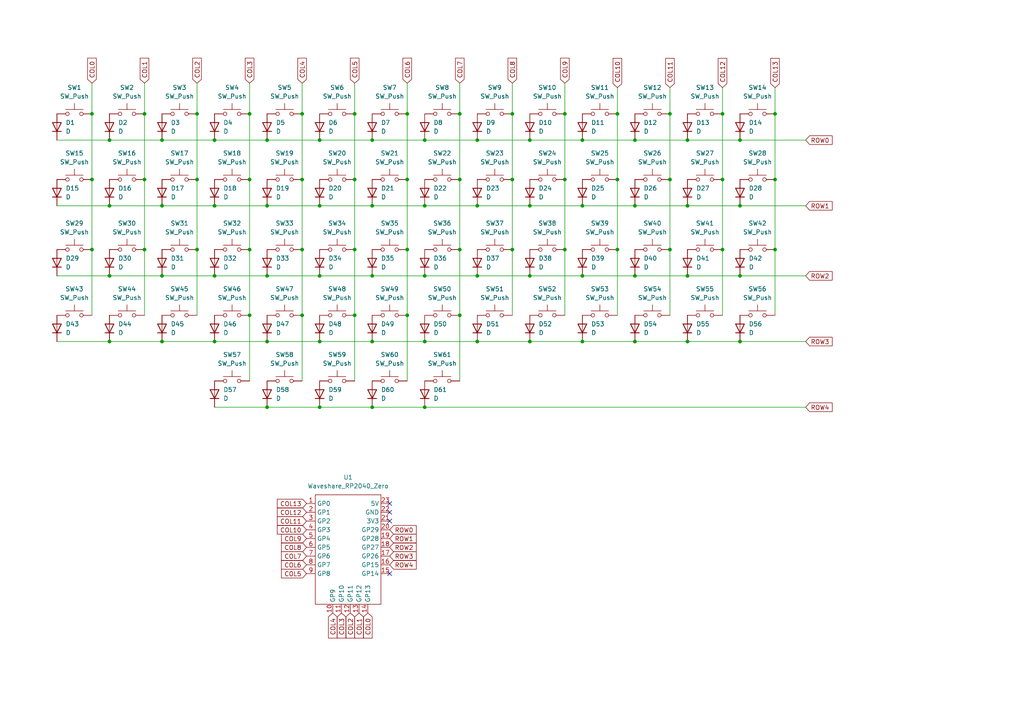
<source format=kicad_sch>
(kicad_sch (version 20211123) (generator eeschema)
  (paper "A4")
  (title_block (title "purple-owl (prototype)") (date "2022-07-27") (rev "v0.1") (comment 1 "License: MIT") (comment 2 "Author: Sonal Pinto") (comment 3 "Purple Owl 60% Keyboard Project"))
  (lib_symbols
    (symbol "Device:D" (pin_numbers hide) (pin_names (offset 1.016) hide)
      (property "Reference" "D" (at 0 2.54 0))
      (property "Value" "D" (at 0 -2.54 0))
      (symbol "D_0_1"
        (polyline (pts (xy -1.27 1.27) (xy -1.27 -1.27)) (stroke (width 0.254)))
        (polyline (pts (xy 1.27 0) (xy -1.27 0)))
        (polyline (pts (xy 1.27 1.27) (xy 1.27 -1.27) (xy -1.27 0) (xy 1.27 1.27)) (stroke (width 0.254)))
      )
      (symbol "D_1_1"
        (pin passive line (at -3.81 0 0) (length 2.54) (name "K") (number "1"))
        (pin passive line (at 3.81 0 180) (length 2.54) (name "A") (number "2"))
      )
    )
    (symbol "Switch:SW_Push" (pin_numbers hide) (pin_names (offset 1.016) hide)
      (property "Reference" "SW" (at 1.27 2.54 0))
      (property "Value" "SW_Push" (at 0 -1.524 0))
      (symbol "SW_Push_0_1"
        (circle (center -2.032 0) (radius 0.508))
        (polyline (pts (xy 0 1.27) (xy 0 3.048)))
        (polyline (pts (xy 2.54 1.27) (xy -2.54 1.27)))
        (circle (center 2.032 0) (radius 0.508))
        (pin passive line (at -5.08 0 0) (length 2.54) (name "1") (number "1"))
        (pin passive line (at 5.08 0 180) (length 2.54) (name "2") (number "2"))
      )
    )
    (symbol "purple-owl:Waveshare_RP2040_Zero"
      (property "Reference" "U" (at 0 3.81 0))
      (property "Value" "Waveshare_RP2040_Zero" (at 0 8.89 0))
      (symbol "Waveshare_RP2040_Zero_0_1"
        (rectangle (start -10.16 6.35) (end 8.89 -25.4))
      )
      (symbol "Waveshare_RP2040_Zero_1_1"
        (pin bidirectional line (at -12.7 3.81 0) (length 2.54) (name "GP0") (number "1"))
        (pin bidirectional line (at -5.08 -27.94 90) (length 2.54) (name "GP9") (number "10"))
        (pin bidirectional line (at -2.54 -27.94 90) (length 2.54) (name "GP10") (number "11"))
        (pin bidirectional line (at 0 -27.94 90) (length 2.54) (name "GP11") (number "12"))
        (pin bidirectional line (at 2.54 -27.94 90) (length 2.54) (name "GP12") (number "13"))
        (pin bidirectional line (at 5.08 -27.94 90) (length 2.54) (name "GP13") (number "14"))
        (pin bidirectional line (at 11.43 -16.51 180) (length 2.54) (name "GP14") (number "15"))
        (pin bidirectional line (at 11.43 -13.97 180) (length 2.54) (name "GP15") (number "16"))
        (pin bidirectional line (at 11.43 -11.43 180) (length 2.54) (name "GP26") (number "17"))
        (pin bidirectional line (at 11.43 -8.89 180) (length 2.54) (name "GP27") (number "18"))
        (pin bidirectional line (at 11.43 -6.35 180) (length 2.54) (name "GP28") (number "19"))
        (pin bidirectional line (at -12.7 1.27 0) (length 2.54) (name "GP1") (number "2"))
        (pin bidirectional line (at 11.43 -3.81 180) (length 2.54) (name "GP29") (number "20"))
        (pin power_out line (at 11.43 -1.27 180) (length 2.54) (name "3V3") (number "21"))
        (pin power_in line (at 11.43 1.27 180) (length 2.54) (name "GND") (number "22"))
        (pin power_out line (at 11.43 3.81 180) (length 2.54) (name "5V") (number "23"))
        (pin bidirectional line (at -12.7 -1.27 0) (length 2.54) (name "GP2") (number "3"))
        (pin bidirectional line (at -12.7 -3.81 0) (length 2.54) (name "GP3") (number "4"))
        (pin bidirectional line (at -12.7 -6.35 0) (length 2.54) (name "GP4") (number "5"))
        (pin bidirectional line (at -12.7 -8.89 0) (length 2.54) (name "GP5") (number "6"))
        (pin bidirectional line (at -12.7 -11.43 0) (length 2.54) (name "GP6") (number "7"))
        (pin bidirectional line (at -12.7 -13.97 0) (length 2.54) (name "GP7") (number "8"))
        (pin bidirectional line (at -12.7 -16.51 0) (length 2.54) (name "GP8") (number "9"))
      )
    )
  )
  (junction (at 46.99 80.01))
  (junction (at 87.63 33.02))
  (junction (at 168.91 59.69))
  (junction (at 133.35 52.07))
  (junction (at 77.47 59.69))
  (junction (at 153.67 99.06))
  (junction (at 138.43 59.69))
  (junction (at 72.39 52.07))
  (junction (at 57.15 52.07))
  (junction (at 209.55 33.02))
  (junction (at 62.23 80.01))
  (junction (at 148.59 52.07))
  (junction (at 62.23 99.06))
  (junction (at 87.63 52.07))
  (junction (at 31.75 40.64))
  (junction (at 179.07 52.07))
  (junction (at 102.87 72.39))
  (junction (at 46.99 99.06))
  (junction (at 107.95 59.69))
  (junction (at 138.43 99.06))
  (junction (at 199.39 99.06))
  (junction (at 153.67 80.01))
  (junction (at 214.63 40.64))
  (junction (at 102.87 91.44))
  (junction (at 194.31 33.02))
  (junction (at 87.63 72.39))
  (junction (at 107.95 118.11))
  (junction (at 194.31 72.39))
  (junction (at 72.39 91.44))
  (junction (at 77.47 40.64))
  (junction (at 77.47 118.11))
  (junction (at 102.87 52.07))
  (junction (at 168.91 80.01))
  (junction (at 148.59 33.02))
  (junction (at 118.11 72.39))
  (junction (at 133.35 91.44))
  (junction (at 168.91 40.64))
  (junction (at 133.35 33.02))
  (junction (at 72.39 33.02))
  (junction (at 31.75 80.01))
  (junction (at 41.91 33.02))
  (junction (at 72.39 72.39))
  (junction (at 123.19 80.01))
  (junction (at 26.67 72.39))
  (junction (at 138.43 80.01))
  (junction (at 123.19 40.64))
  (junction (at 199.39 40.64))
  (junction (at 41.91 72.39))
  (junction (at 214.63 80.01))
  (junction (at 118.11 91.44))
  (junction (at 179.07 72.39))
  (junction (at 168.91 99.06))
  (junction (at 107.95 40.64))
  (junction (at 123.19 59.69))
  (junction (at 224.79 33.02))
  (junction (at 184.15 99.06))
  (junction (at 77.47 99.06))
  (junction (at 62.23 59.69))
  (junction (at 107.95 99.06))
  (junction (at 26.67 52.07))
  (junction (at 199.39 59.69))
  (junction (at 123.19 99.06))
  (junction (at 184.15 80.01))
  (junction (at 153.67 59.69))
  (junction (at 57.15 72.39))
  (junction (at 31.75 59.69))
  (junction (at 138.43 40.64))
  (junction (at 92.71 99.06))
  (junction (at 194.31 52.07))
  (junction (at 46.99 40.64))
  (junction (at 118.11 33.02))
  (junction (at 26.67 33.02))
  (junction (at 92.71 59.69))
  (junction (at 184.15 40.64))
  (junction (at 163.83 52.07))
  (junction (at 153.67 40.64))
  (junction (at 102.87 33.02))
  (junction (at 62.23 40.64))
  (junction (at 224.79 72.39))
  (junction (at 209.55 52.07))
  (junction (at 57.15 33.02))
  (junction (at 148.59 72.39))
  (junction (at 184.15 59.69))
  (junction (at 92.71 118.11))
  (junction (at 179.07 33.02))
  (junction (at 123.19 118.11))
  (junction (at 163.83 72.39))
  (junction (at 41.91 52.07))
  (junction (at 224.79 52.07))
  (junction (at 199.39 80.01))
  (junction (at 46.99 59.69))
  (junction (at 107.95 80.01))
  (junction (at 77.47 80.01))
  (junction (at 92.71 80.01))
  (junction (at 118.11 52.07))
  (junction (at 214.63 99.06))
  (junction (at 92.71 40.64))
  (junction (at 209.55 72.39))
  (junction (at 214.63 59.69))
  (junction (at 163.83 33.02))
  (junction (at 87.63 91.44))
  (junction (at 31.75 99.06))
  (junction (at 133.35 72.39))
  (no_connect (at 113.03 146.05))
  (no_connect (at 113.03 148.59))
  (no_connect (at 113.03 151.13))
  (no_connect (at 113.03 166.37))
  (wire (pts (xy 179.07 33.02) (xy 179.07 52.07)))
  (wire (pts (xy 62.23 59.69) (xy 77.47 59.69)))
  (wire (pts (xy 92.71 118.11) (xy 107.95 118.11)))
  (wire (pts (xy 123.19 99.06) (xy 138.43 99.06)))
  (wire (pts (xy 138.43 59.69) (xy 153.67 59.69)))
  (wire (pts (xy 92.71 40.64) (xy 107.95 40.64)))
  (wire (pts (xy 153.67 99.06) (xy 168.91 99.06)))
  (wire (pts (xy 87.63 72.39) (xy 87.63 91.44)))
  (wire (pts (xy 62.23 80.01) (xy 77.47 80.01)))
  (wire (pts (xy 214.63 40.64) (xy 233.68 40.64)))
  (wire (pts (xy 57.15 33.02) (xy 57.15 52.07)))
  (wire (pts (xy 168.91 99.06) (xy 184.15 99.06)))
  (wire (pts (xy 179.07 25.4) (xy 179.07 33.02)))
  (wire (pts (xy 31.75 59.69) (xy 46.99 59.69)))
  (wire (pts (xy 133.35 72.39) (xy 133.35 91.44)))
  (wire (pts (xy 77.47 99.06) (xy 92.71 99.06)))
  (wire (pts (xy 123.19 118.11) (xy 233.68 118.11)))
  (wire (pts (xy 41.91 72.39) (xy 41.91 91.44)))
  (wire (pts (xy 194.31 52.07) (xy 194.31 72.39)))
  (wire (pts (xy 224.79 72.39) (xy 224.79 91.44)))
  (wire (pts (xy 102.87 24.13) (xy 102.87 33.02)))
  (wire (pts (xy 199.39 40.64) (xy 214.63 40.64)))
  (wire (pts (xy 41.91 33.02) (xy 41.91 52.07)))
  (wire (pts (xy 107.95 59.69) (xy 123.19 59.69)))
  (wire (pts (xy 26.67 72.39) (xy 26.67 91.44)))
  (wire (pts (xy 133.35 33.02) (xy 133.35 52.07)))
  (wire (pts (xy 102.87 91.44) (xy 102.87 110.49)))
  (wire (pts (xy 209.55 72.39) (xy 209.55 91.44)))
  (wire (pts (xy 72.39 72.39) (xy 72.39 91.44)))
  (wire (pts (xy 57.15 52.07) (xy 57.15 72.39)))
  (wire (pts (xy 41.91 24.13) (xy 41.91 33.02)))
  (wire (pts (xy 194.31 72.39) (xy 194.31 91.44)))
  (wire (pts (xy 26.67 33.02) (xy 26.67 52.07)))
  (wire (pts (xy 168.91 80.01) (xy 184.15 80.01)))
  (wire (pts (xy 62.23 118.11) (xy 77.47 118.11)))
  (wire (pts (xy 214.63 80.01) (xy 233.68 80.01)))
  (wire (pts (xy 118.11 91.44) (xy 118.11 110.49)))
  (wire (pts (xy 199.39 99.06) (xy 214.63 99.06)))
  (wire (pts (xy 209.55 52.07) (xy 209.55 72.39)))
  (wire (pts (xy 57.15 72.39) (xy 57.15 91.44)))
  (wire (pts (xy 194.31 33.02) (xy 194.31 52.07)))
  (wire (pts (xy 87.63 52.07) (xy 87.63 72.39)))
  (wire (pts (xy 184.15 80.01) (xy 199.39 80.01)))
  (wire (pts (xy 148.59 52.07) (xy 148.59 72.39)))
  (wire (pts (xy 31.75 99.06) (xy 46.99 99.06)))
  (wire (pts (xy 26.67 52.07) (xy 26.67 72.39)))
  (wire (pts (xy 199.39 59.69) (xy 214.63 59.69)))
  (wire (pts (xy 92.71 80.01) (xy 107.95 80.01)))
  (wire (pts (xy 194.31 25.4) (xy 194.31 33.02)))
  (wire (pts (xy 92.71 99.06) (xy 107.95 99.06)))
  (wire (pts (xy 87.63 24.13) (xy 87.63 33.02)))
  (wire (pts (xy 123.19 40.64) (xy 138.43 40.64)))
  (wire (pts (xy 209.55 25.4) (xy 209.55 33.02)))
  (wire (pts (xy 224.79 33.02) (xy 224.79 52.07)))
  (wire (pts (xy 138.43 99.06) (xy 153.67 99.06)))
  (wire (pts (xy 133.35 52.07) (xy 133.35 72.39)))
  (wire (pts (xy 72.39 91.44) (xy 72.39 110.49)))
  (wire (pts (xy 92.71 59.69) (xy 107.95 59.69)))
  (wire (pts (xy 123.19 59.69) (xy 138.43 59.69)))
  (wire (pts (xy 209.55 33.02) (xy 209.55 52.07)))
  (wire (pts (xy 87.63 91.44) (xy 87.63 110.49)))
  (wire (pts (xy 77.47 80.01) (xy 92.71 80.01)))
  (wire (pts (xy 224.79 52.07) (xy 224.79 72.39)))
  (wire (pts (xy 184.15 59.69) (xy 199.39 59.69)))
  (wire (pts (xy 138.43 80.01) (xy 153.67 80.01)))
  (wire (pts (xy 107.95 40.64) (xy 123.19 40.64)))
  (wire (pts (xy 118.11 24.13) (xy 118.11 33.02)))
  (wire (pts (xy 77.47 118.11) (xy 92.71 118.11)))
  (wire (pts (xy 133.35 91.44) (xy 133.35 110.49)))
  (wire (pts (xy 224.79 25.4) (xy 224.79 33.02)))
  (wire (pts (xy 102.87 33.02) (xy 102.87 52.07)))
  (wire (pts (xy 123.19 80.01) (xy 138.43 80.01)))
  (wire (pts (xy 199.39 80.01) (xy 214.63 80.01)))
  (wire (pts (xy 72.39 33.02) (xy 72.39 52.07)))
  (wire (pts (xy 153.67 80.01) (xy 168.91 80.01)))
  (wire (pts (xy 102.87 72.39) (xy 102.87 91.44)))
  (wire (pts (xy 102.87 52.07) (xy 102.87 72.39)))
  (wire (pts (xy 46.99 99.06) (xy 62.23 99.06)))
  (wire (pts (xy 46.99 59.69) (xy 62.23 59.69)))
  (wire (pts (xy 107.95 99.06) (xy 123.19 99.06)))
  (wire (pts (xy 148.59 72.39) (xy 148.59 91.44)))
  (wire (pts (xy 168.91 40.64) (xy 184.15 40.64)))
  (wire (pts (xy 163.83 72.39) (xy 163.83 91.44)))
  (wire (pts (xy 16.51 80.01) (xy 31.75 80.01)))
  (wire (pts (xy 87.63 33.02) (xy 87.63 52.07)))
  (wire (pts (xy 62.23 99.06) (xy 77.47 99.06)))
  (wire (pts (xy 107.95 118.11) (xy 123.19 118.11)))
  (wire (pts (xy 118.11 72.39) (xy 118.11 91.44)))
  (wire (pts (xy 163.83 52.07) (xy 163.83 72.39)))
  (wire (pts (xy 168.91 59.69) (xy 184.15 59.69)))
  (wire (pts (xy 31.75 80.01) (xy 46.99 80.01)))
  (wire (pts (xy 148.59 33.02) (xy 148.59 52.07)))
  (wire (pts (xy 62.23 40.64) (xy 77.47 40.64)))
  (wire (pts (xy 16.51 99.06) (xy 31.75 99.06)))
  (wire (pts (xy 163.83 24.13) (xy 163.83 33.02)))
  (wire (pts (xy 118.11 52.07) (xy 118.11 72.39)))
  (wire (pts (xy 163.83 33.02) (xy 163.83 52.07)))
  (wire (pts (xy 153.67 40.64) (xy 168.91 40.64)))
  (wire (pts (xy 31.75 40.64) (xy 46.99 40.64)))
  (wire (pts (xy 107.95 80.01) (xy 123.19 80.01)))
  (wire (pts (xy 184.15 99.06) (xy 199.39 99.06)))
  (wire (pts (xy 214.63 99.06) (xy 233.68 99.06)))
  (wire (pts (xy 214.63 59.69) (xy 233.68 59.69)))
  (wire (pts (xy 72.39 52.07) (xy 72.39 72.39)))
  (wire (pts (xy 184.15 40.64) (xy 199.39 40.64)))
  (wire (pts (xy 138.43 40.64) (xy 153.67 40.64)))
  (wire (pts (xy 72.39 24.13) (xy 72.39 33.02)))
  (wire (pts (xy 46.99 80.01) (xy 62.23 80.01)))
  (wire (pts (xy 133.35 24.13) (xy 133.35 33.02)))
  (wire (pts (xy 26.67 24.13) (xy 26.67 33.02)))
  (wire (pts (xy 41.91 52.07) (xy 41.91 72.39)))
  (wire (pts (xy 77.47 59.69) (xy 92.71 59.69)))
  (wire (pts (xy 16.51 59.69) (xy 31.75 59.69)))
  (wire (pts (xy 179.07 52.07) (xy 179.07 72.39)))
  (wire (pts (xy 57.15 24.13) (xy 57.15 33.02)))
  (wire (pts (xy 153.67 59.69) (xy 168.91 59.69)))
  (wire (pts (xy 179.07 72.39) (xy 179.07 91.44)))
  (wire (pts (xy 118.11 33.02) (xy 118.11 52.07)))
  (wire (pts (xy 77.47 40.64) (xy 92.71 40.64)))
  (wire (pts (xy 16.51 40.64) (xy 31.75 40.64)))
  (wire (pts (xy 148.59 24.13) (xy 148.59 33.02)))
  (wire (pts (xy 46.99 40.64) (xy 62.23 40.64)))
  (global_label "ROW0" (shape input) (at 233.68 40.64 0) (property "Intersheet References" "${INTERSHEET_REFS}" (effects hide)))
  (global_label "COL5" (shape input) (at 88.9 166.37 180) (property "Intersheet References" "${INTERSHEET_REFS}" (effects hide)))
  (global_label "COL6" (shape input) (at 88.9 163.83 180) (property "Intersheet References" "${INTERSHEET_REFS}" (effects hide)))
  (global_label "COL3" (shape input) (at 72.39 24.13 90) (property "Intersheet References" "${INTERSHEET_REFS}" (effects hide)))
  (global_label "ROW2" (shape input) (at 113.03 158.75 0) (property "Intersheet References" "${INTERSHEET_REFS}" (effects hide)))
  (global_label "COL4" (shape input) (at 87.63 24.13 90) (property "Intersheet References" "${INTERSHEET_REFS}" (effects hide)))
  (global_label "COL7" (shape input) (at 133.35 24.13 90) (property "Intersheet References" "${INTERSHEET_REFS}" (effects hide)))
  (global_label "ROW2" (shape input) (at 233.68 80.01 0) (property "Intersheet References" "${INTERSHEET_REFS}" (effects hide)))
  (global_label "COL9" (shape input) (at 163.83 24.13 90) (property "Intersheet References" "${INTERSHEET_REFS}" (effects hide)))
  (global_label "COL5" (shape input) (at 102.87 24.13 90) (property "Intersheet References" "${INTERSHEET_REFS}" (effects hide)))
  (global_label "COL10" (shape input) (at 179.07 25.4 90) (property "Intersheet References" "${INTERSHEET_REFS}" (effects hide)))
  (global_label "COL2" (shape input) (at 57.15 24.13 90) (property "Intersheet References" "${INTERSHEET_REFS}" (effects hide)))
  (global_label "COL2" (shape input) (at 101.6 177.8 270) (property "Intersheet References" "${INTERSHEET_REFS}" (effects hide)))
  (global_label "COL4" (shape input) (at 96.52 177.8 270) (property "Intersheet References" "${INTERSHEET_REFS}" (effects hide)))
  (global_label "COL0" (shape input) (at 26.67 24.13 90) (property "Intersheet References" "${INTERSHEET_REFS}" (effects hide)))
  (global_label "COL1" (shape input) (at 104.14 177.8 270) (property "Intersheet References" "${INTERSHEET_REFS}" (effects hide)))
  (global_label "ROW1" (shape input) (at 233.68 59.69 0) (property "Intersheet References" "${INTERSHEET_REFS}" (effects hide)))
  (global_label "COL8" (shape input) (at 88.9 158.75 180) (property "Intersheet References" "${INTERSHEET_REFS}" (effects hide)))
  (global_label "COL13" (shape input) (at 224.79 25.4 90) (property "Intersheet References" "${INTERSHEET_REFS}" (effects hide)))
  (global_label "COL10" (shape input) (at 88.9 153.67 180) (property "Intersheet References" "${INTERSHEET_REFS}" (effects hide)))
  (global_label "ROW4" (shape input) (at 113.03 163.83 0) (property "Intersheet References" "${INTERSHEET_REFS}" (effects hide)))
  (global_label "COL12" (shape input) (at 88.9 148.59 180) (property "Intersheet References" "${INTERSHEET_REFS}" (effects hide)))
  (global_label "COL11" (shape input) (at 194.31 25.4 90) (property "Intersheet References" "${INTERSHEET_REFS}" (effects hide)))
  (global_label "COL13" (shape input) (at 88.9 146.05 180) (property "Intersheet References" "${INTERSHEET_REFS}" (effects hide)))
  (global_label "ROW0" (shape input) (at 113.03 153.67 0) (property "Intersheet References" "${INTERSHEET_REFS}" (effects hide)))
  (global_label "COL3" (shape input) (at 99.06 177.8 270) (property "Intersheet References" "${INTERSHEET_REFS}" (effects hide)))
  (global_label "ROW1" (shape input) (at 113.03 156.21 0) (property "Intersheet References" "${INTERSHEET_REFS}" (effects hide)))
  (global_label "ROW3" (shape input) (at 233.68 99.06 0) (property "Intersheet References" "${INTERSHEET_REFS}" (effects hide)))
  (global_label "COL8" (shape input) (at 148.59 24.13 90) (property "Intersheet References" "${INTERSHEET_REFS}" (effects hide)))
  (global_label "COL7" (shape input) (at 88.9 161.29 180) (property "Intersheet References" "${INTERSHEET_REFS}" (effects hide)))
  (global_label "COL12" (shape input) (at 209.55 25.4 90) (property "Intersheet References" "${INTERSHEET_REFS}" (effects hide)))
  (global_label "COL0" (shape input) (at 106.68 177.8 270) (property "Intersheet References" "${INTERSHEET_REFS}" (effects hide)))
  (global_label "COL9" (shape input) (at 88.9 156.21 180) (property "Intersheet References" "${INTERSHEET_REFS}" (effects hide)))
  (global_label "ROW3" (shape input) (at 113.03 161.29 0) (property "Intersheet References" "${INTERSHEET_REFS}" (effects hide)))
  (global_label "COL6" (shape input) (at 118.11 24.13 90) (property "Intersheet References" "${INTERSHEET_REFS}" (effects hide)))
  (global_label "COL1" (shape input) (at 41.91 24.13 90) (property "Intersheet References" "${INTERSHEET_REFS}" (effects hide)))
  (global_label "ROW4" (shape input) (at 233.68 118.11 0) (property "Intersheet References" "${INTERSHEET_REFS}" (effects hide)))
  (global_label "COL11" (shape input) (at 88.9 151.13 180) (property "Intersheet References" "${INTERSHEET_REFS}" (effects hide)))
  (symbol (lib_id "Device:D") (at 77.47 36.83 90) (unit 1)
    (property "Reference" "D5" (at 80.01 35.5599 90) (effects (justify right)))
    (property "Value" "D" (at 80.01 38.0999 90) (effects (justify right)))
    (property "Footprint" "Diode_SMD:D_SOD-123" (effects hide))
  )
  (symbol (lib_id "Switch:SW_Push") (at 67.31 33.02 0) (unit 1)
    (property "Reference" "SW4" (at 67.31 25.4 0))
    (property "Value" "SW_Push" (at 67.31 27.94 0))
    (property "Footprint" "acheron:MX100H" (effects hide))
  )
  (symbol (lib_id "Switch:SW_Push") (at 21.59 91.44 0) (unit 1)
    (property "Reference" "SW43" (at 21.59 83.82 0))
    (property "Value" "SW_Push" (at 21.59 86.36 0))
    (property "Footprint" "acheron:MX100H" (effects hide))
  )
  (symbol (lib_id "Device:D") (at 153.67 76.2 90) (unit 1)
    (property "Reference" "D38" (at 156.21 74.9299 90) (effects (justify right)))
    (property "Value" "D" (at 156.21 77.4699 90) (effects (justify right)))
    (property "Footprint" "Diode_SMD:D_SOD-123" (effects hide))
  )
  (symbol (lib_id "Switch:SW_Push") (at 219.71 72.39 0) (unit 1)
    (property "Reference" "SW42" (at 219.71 64.77 0))
    (property "Value" "SW_Push" (at 219.71 67.31 0))
    (property "Footprint" "acheron:MX100H" (effects hide))
  )
  (symbol (lib_id "Device:D") (at 92.71 55.88 90) (unit 1)
    (property "Reference" "D20" (at 95.25 54.6099 90) (effects (justify right)))
    (property "Value" "D" (at 95.25 57.1499 90) (effects (justify right)))
    (property "Footprint" "Diode_SMD:D_SOD-123" (effects hide))
  )
  (symbol (lib_id "Switch:SW_Push") (at 67.31 52.07 0) (unit 1)
    (property "Reference" "SW18" (at 67.31 44.45 0))
    (property "Value" "SW_Push" (at 67.31 46.99 0))
    (property "Footprint" "acheron:MX100H" (effects hide))
  )
  (symbol (lib_id "Switch:SW_Push") (at 36.83 33.02 0) (unit 1)
    (property "Reference" "SW2" (at 36.83 25.4 0))
    (property "Value" "SW_Push" (at 36.83 27.94 0))
    (property "Footprint" "acheron:MX100H" (effects hide))
  )
  (symbol (lib_id "purple-owl:Waveshare_RP2040_Zero") (at 101.6 149.86 0) (unit 1)
    (property "Reference" "U1" (at 100.965 138.43 0))
    (property "Value" "Waveshare_RP2040_Zero" (at 100.965 140.97 0))
    (property "Footprint" "purple-owl:Waveshare_RP2040_Zero" (effects hide))
    (property "Datasheet" "https://www.waveshare.com/wiki/RP2040-Zero" (effects hide))
  )
  (symbol (lib_id "Switch:SW_Push") (at 52.07 52.07 0) (unit 1)
    (property "Reference" "SW17" (at 52.07 44.45 0))
    (property "Value" "SW_Push" (at 52.07 46.99 0))
    (property "Footprint" "acheron:MX100H" (effects hide))
  )
  (symbol (lib_id "Device:D") (at 184.15 76.2 90) (unit 1)
    (property "Reference" "D40" (at 186.69 74.9299 90) (effects (justify right)))
    (property "Value" "D" (at 186.69 77.4699 90) (effects (justify right)))
    (property "Footprint" "Diode_SMD:D_SOD-123" (effects hide))
  )
  (symbol (lib_id "Switch:SW_Push") (at 158.75 91.44 0) (unit 1)
    (property "Reference" "SW52" (at 158.75 83.82 0))
    (property "Value" "SW_Push" (at 158.75 86.36 0))
    (property "Footprint" "acheron:MX100H" (effects hide))
  )
  (symbol (lib_id "Switch:SW_Push") (at 67.31 110.49 0) (unit 1)
    (property "Reference" "SW57" (at 67.31 102.87 0))
    (property "Value" "SW_Push" (at 67.31 105.41 0))
    (property "Footprint" "acheron:MX100H" (effects hide))
  )
  (symbol (lib_id "Switch:SW_Push") (at 97.79 91.44 0) (unit 1)
    (property "Reference" "SW48" (at 97.79 83.82 0))
    (property "Value" "SW_Push" (at 97.79 86.36 0))
    (property "Footprint" "acheron:MX100H" (effects hide))
  )
  (symbol (lib_id "Switch:SW_Push") (at 219.71 33.02 0) (unit 1)
    (property "Reference" "SW14" (at 219.71 25.4 0))
    (property "Value" "SW_Push" (at 219.71 27.94 0))
    (property "Footprint" "acheron:MX100H" (effects hide))
  )
  (symbol (lib_id "Switch:SW_Push") (at 189.23 33.02 0) (unit 1)
    (property "Reference" "SW12" (at 189.23 25.4 0))
    (property "Value" "SW_Push" (at 189.23 27.94 0))
    (property "Footprint" "acheron:MX100H" (effects hide))
  )
  (symbol (lib_id "Switch:SW_Push") (at 82.55 91.44 0) (unit 1)
    (property "Reference" "SW47" (at 82.55 83.82 0))
    (property "Value" "SW_Push" (at 82.55 86.36 0))
    (property "Footprint" "acheron:MX100H" (effects hide))
  )
  (symbol (lib_id "Switch:SW_Push") (at 113.03 91.44 0) (unit 1)
    (property "Reference" "SW49" (at 113.03 83.82 0))
    (property "Value" "SW_Push" (at 113.03 86.36 0))
    (property "Footprint" "acheron:MX100H" (effects hide))
  )
  (symbol (lib_id "Device:D") (at 153.67 55.88 90) (unit 1)
    (property "Reference" "D24" (at 156.21 54.6099 90) (effects (justify right)))
    (property "Value" "D" (at 156.21 57.1499 90) (effects (justify right)))
    (property "Footprint" "Diode_SMD:D_SOD-123" (effects hide))
  )
  (symbol (lib_id "Device:D") (at 138.43 36.83 90) (unit 1)
    (property "Reference" "D9" (at 140.97 35.5599 90) (effects (justify right)))
    (property "Value" "D" (at 140.97 38.0999 90) (effects (justify right)))
    (property "Footprint" "Diode_SMD:D_SOD-123" (effects hide))
  )
  (symbol (lib_id "Switch:SW_Push") (at 204.47 33.02 0) (unit 1)
    (property "Reference" "SW13" (at 204.47 25.4 0))
    (property "Value" "SW_Push" (at 204.47 27.94 0))
    (property "Footprint" "acheron:MX100H" (effects hide))
  )
  (symbol (lib_id "Switch:SW_Push") (at 21.59 72.39 0) (unit 1)
    (property "Reference" "SW29" (at 21.59 64.77 0))
    (property "Value" "SW_Push" (at 21.59 67.31 0))
    (property "Footprint" "acheron:MX100H" (effects hide))
  )
  (symbol (lib_id "Switch:SW_Push") (at 173.99 91.44 0) (unit 1)
    (property "Reference" "SW53" (at 173.99 83.82 0))
    (property "Value" "SW_Push" (at 173.99 86.36 0))
    (property "Footprint" "acheron:MX100H" (effects hide))
  )
  (symbol (lib_id "Device:D") (at 31.75 36.83 90) (unit 1)
    (property "Reference" "D2" (at 34.29 35.5599 90) (effects (justify right)))
    (property "Value" "D" (at 34.29 38.0999 90) (effects (justify right)))
    (property "Footprint" "Diode_SMD:D_SOD-123" (effects hide))
  )
  (symbol (lib_id "Device:D") (at 46.99 36.83 90) (unit 1)
    (property "Reference" "D3" (at 49.53 35.5599 90) (effects (justify right)))
    (property "Value" "D" (at 49.53 38.0999 90) (effects (justify right)))
    (property "Footprint" "Diode_SMD:D_SOD-123" (effects hide))
  )
  (symbol (lib_id "Device:D") (at 46.99 76.2 90) (unit 1)
    (property "Reference" "D31" (at 49.53 74.9299 90) (effects (justify right)))
    (property "Value" "D" (at 49.53 77.4699 90) (effects (justify right)))
    (property "Footprint" "Diode_SMD:D_SOD-123" (effects hide))
  )
  (symbol (lib_id "Switch:SW_Push") (at 97.79 72.39 0) (unit 1)
    (property "Reference" "SW34" (at 97.79 64.77 0))
    (property "Value" "SW_Push" (at 97.79 67.31 0))
    (property "Footprint" "acheron:MX100H" (effects hide))
  )
  (symbol (lib_id "Device:D") (at 62.23 36.83 90) (unit 1)
    (property "Reference" "D4" (at 64.77 35.5599 90) (effects (justify right)))
    (property "Value" "D" (at 64.77 38.0999 90) (effects (justify right)))
    (property "Footprint" "Diode_SMD:D_SOD-123" (effects hide))
  )
  (symbol (lib_id "Device:D") (at 123.19 36.83 90) (unit 1)
    (property "Reference" "D8" (at 125.73 35.5599 90) (effects (justify right)))
    (property "Value" "D" (at 125.73 38.0999 90) (effects (justify right)))
    (property "Footprint" "Diode_SMD:D_SOD-123" (effects hide))
  )
  (symbol (lib_id "Device:D") (at 107.95 55.88 90) (unit 1)
    (property "Reference" "D21" (at 110.49 54.6099 90) (effects (justify right)))
    (property "Value" "D" (at 110.49 57.1499 90) (effects (justify right)))
    (property "Footprint" "Diode_SMD:D_SOD-123" (effects hide))
  )
  (symbol (lib_id "Device:D") (at 16.51 95.25 90) (unit 1)
    (property "Reference" "D43" (at 19.05 93.9799 90) (effects (justify right)))
    (property "Value" "D" (at 19.05 96.5199 90) (effects (justify right)))
    (property "Footprint" "Diode_SMD:D_SOD-123" (effects hide))
  )
  (symbol (lib_id "Device:D") (at 92.71 95.25 90) (unit 1)
    (property "Reference" "D48" (at 95.25 93.9799 90) (effects (justify right)))
    (property "Value" "D" (at 95.25 96.5199 90) (effects (justify right)))
    (property "Footprint" "Diode_SMD:D_SOD-123" (effects hide))
  )
  (symbol (lib_id "Switch:SW_Push") (at 189.23 91.44 0) (unit 1)
    (property "Reference" "SW54" (at 189.23 83.82 0))
    (property "Value" "SW_Push" (at 189.23 86.36 0))
    (property "Footprint" "acheron:MX100H" (effects hide))
  )
  (symbol (lib_id "Device:D") (at 31.75 55.88 90) (unit 1)
    (property "Reference" "D16" (at 34.29 54.6099 90) (effects (justify right)))
    (property "Value" "D" (at 34.29 57.1499 90) (effects (justify right)))
    (property "Footprint" "Diode_SMD:D_SOD-123" (effects hide))
  )
  (symbol (lib_id "Switch:SW_Push") (at 173.99 72.39 0) (unit 1)
    (property "Reference" "SW39" (at 173.99 64.77 0))
    (property "Value" "SW_Push" (at 173.99 67.31 0))
    (property "Footprint" "acheron:MX100H" (effects hide))
  )
  (symbol (lib_id "Switch:SW_Push") (at 128.27 72.39 0) (unit 1)
    (property "Reference" "SW36" (at 128.27 64.77 0))
    (property "Value" "SW_Push" (at 128.27 67.31 0))
    (property "Footprint" "acheron:MX100H" (effects hide))
  )
  (symbol (lib_id "Device:D") (at 184.15 95.25 90) (unit 1)
    (property "Reference" "D54" (at 186.69 93.9799 90) (effects (justify right)))
    (property "Value" "D" (at 186.69 96.5199 90) (effects (justify right)))
    (property "Footprint" "Diode_SMD:D_SOD-123" (effects hide))
  )
  (symbol (lib_id "Switch:SW_Push") (at 158.75 72.39 0) (unit 1)
    (property "Reference" "SW38" (at 158.75 64.77 0))
    (property "Value" "SW_Push" (at 158.75 67.31 0))
    (property "Footprint" "acheron:MX100H" (effects hide))
  )
  (symbol (lib_id "Switch:SW_Push") (at 204.47 52.07 0) (unit 1)
    (property "Reference" "SW27" (at 204.47 44.45 0))
    (property "Value" "SW_Push" (at 204.47 46.99 0))
    (property "Footprint" "acheron:MX100H" (effects hide))
  )
  (symbol (lib_id "Device:D") (at 77.47 76.2 90) (unit 1)
    (property "Reference" "D33" (at 80.01 74.9299 90) (effects (justify right)))
    (property "Value" "D" (at 80.01 77.4699 90) (effects (justify right)))
    (property "Footprint" "Diode_SMD:D_SOD-123" (effects hide))
  )
  (symbol (lib_id "Switch:SW_Push") (at 82.55 72.39 0) (unit 1)
    (property "Reference" "SW33" (at 82.55 64.77 0))
    (property "Value" "SW_Push" (at 82.55 67.31 0))
    (property "Footprint" "acheron:MX100H" (effects hide))
  )
  (symbol (lib_id "Switch:SW_Push") (at 36.83 52.07 0) (unit 1)
    (property "Reference" "SW16" (at 36.83 44.45 0))
    (property "Value" "SW_Push" (at 36.83 46.99 0))
    (property "Footprint" "acheron:MX100H" (effects hide))
  )
  (symbol (lib_id "Device:D") (at 123.19 114.3 90) (unit 1)
    (property "Reference" "D61" (at 125.73 113.0299 90) (effects (justify right)))
    (property "Value" "D" (at 125.73 115.5699 90) (effects (justify right)))
    (property "Footprint" "Diode_SMD:D_SOD-123" (effects hide))
  )
  (symbol (lib_id "Device:D") (at 199.39 95.25 90) (unit 1)
    (property "Reference" "D55" (at 201.93 93.9799 90) (effects (justify right)))
    (property "Value" "D" (at 201.93 96.5199 90) (effects (justify right)))
    (property "Footprint" "Diode_SMD:D_SOD-123" (effects hide))
  )
  (symbol (lib_id "Device:D") (at 153.67 36.83 90) (unit 1)
    (property "Reference" "D10" (at 156.21 35.5599 90) (effects (justify right)))
    (property "Value" "D" (at 156.21 38.0999 90) (effects (justify right)))
    (property "Footprint" "Diode_SMD:D_SOD-123" (effects hide))
  )
  (symbol (lib_id "Device:D") (at 214.63 36.83 90) (unit 1)
    (property "Reference" "D14" (at 217.17 35.5599 90) (effects (justify right)))
    (property "Value" "D" (at 217.17 38.0999 90) (effects (justify right)))
    (property "Footprint" "Diode_SMD:D_SOD-123" (effects hide))
  )
  (symbol (lib_id "Switch:SW_Push") (at 113.03 33.02 0) (unit 1)
    (property "Reference" "SW7" (at 113.03 25.4 0))
    (property "Value" "SW_Push" (at 113.03 27.94 0))
    (property "Footprint" "acheron:MX100H" (effects hide))
  )
  (symbol (lib_id "Switch:SW_Push") (at 67.31 91.44 0) (unit 1)
    (property "Reference" "SW46" (at 67.31 83.82 0))
    (property "Value" "SW_Push" (at 67.31 86.36 0))
    (property "Footprint" "acheron:MX100H" (effects hide))
  )
  (symbol (lib_id "Device:D") (at 62.23 95.25 90) (unit 1)
    (property "Reference" "D46" (at 64.77 93.9799 90) (effects (justify right)))
    (property "Value" "D" (at 64.77 96.5199 90) (effects (justify right)))
    (property "Footprint" "Diode_SMD:D_SOD-123" (effects hide))
  )
  (symbol (lib_id "Switch:SW_Push") (at 67.31 72.39 0) (unit 1)
    (property "Reference" "SW32" (at 67.31 64.77 0))
    (property "Value" "SW_Push" (at 67.31 67.31 0))
    (property "Footprint" "acheron:MX100H" (effects hide))
  )
  (symbol (lib_id "Switch:SW_Push") (at 158.75 33.02 0) (unit 1)
    (property "Reference" "SW10" (at 158.75 25.4 0))
    (property "Value" "SW_Push" (at 158.75 27.94 0))
    (property "Footprint" "acheron:MX100H" (effects hide))
  )
  (symbol (lib_id "Device:D") (at 31.75 76.2 90) (unit 1)
    (property "Reference" "D30" (at 34.29 74.9299 90) (effects (justify right)))
    (property "Value" "D" (at 34.29 77.4699 90) (effects (justify right)))
    (property "Footprint" "Diode_SMD:D_SOD-123" (effects hide))
  )
  (symbol (lib_id "Switch:SW_Push") (at 204.47 91.44 0) (unit 1)
    (property "Reference" "SW55" (at 204.47 83.82 0))
    (property "Value" "SW_Push" (at 204.47 86.36 0))
    (property "Footprint" "acheron:MX100H" (effects hide))
  )
  (symbol (lib_id "Device:D") (at 214.63 76.2 90) (unit 1)
    (property "Reference" "D42" (at 217.17 74.9299 90) (effects (justify right)))
    (property "Value" "D" (at 217.17 77.4699 90) (effects (justify right)))
    (property "Footprint" "Diode_SMD:D_SOD-123" (effects hide))
  )
  (symbol (lib_id "Device:D") (at 199.39 36.83 90) (unit 1)
    (property "Reference" "D13" (at 201.93 35.5599 90) (effects (justify right)))
    (property "Value" "D" (at 201.93 38.0999 90) (effects (justify right)))
    (property "Footprint" "Diode_SMD:D_SOD-123" (effects hide))
  )
  (symbol (lib_id "Device:D") (at 123.19 95.25 90) (unit 1)
    (property "Reference" "D50" (at 125.73 93.9799 90) (effects (justify right)))
    (property "Value" "D" (at 125.73 96.5199 90) (effects (justify right)))
    (property "Footprint" "Diode_SMD:D_SOD-123" (effects hide))
  )
  (symbol (lib_id "Device:D") (at 138.43 95.25 90) (unit 1)
    (property "Reference" "D51" (at 140.97 93.9799 90) (effects (justify right)))
    (property "Value" "D" (at 140.97 96.5199 90) (effects (justify right)))
    (property "Footprint" "Diode_SMD:D_SOD-123" (effects hide))
  )
  (symbol (lib_id "Device:D") (at 107.95 95.25 90) (unit 1)
    (property "Reference" "D49" (at 110.49 93.9799 90) (effects (justify right)))
    (property "Value" "D" (at 110.49 96.5199 90) (effects (justify right)))
    (property "Footprint" "Diode_SMD:D_SOD-123" (effects hide))
  )
  (symbol (lib_id "Device:D") (at 184.15 36.83 90) (unit 1)
    (property "Reference" "D12" (at 186.69 35.5599 90) (effects (justify right)))
    (property "Value" "D" (at 186.69 38.0999 90) (effects (justify right)))
    (property "Footprint" "Diode_SMD:D_SOD-123" (effects hide))
  )
  (symbol (lib_id "Device:D") (at 46.99 95.25 90) (unit 1)
    (property "Reference" "D45" (at 49.53 93.9799 90) (effects (justify right)))
    (property "Value" "D" (at 49.53 96.5199 90) (effects (justify right)))
    (property "Footprint" "Diode_SMD:D_SOD-123" (effects hide))
  )
  (symbol (lib_id "Device:D") (at 62.23 76.2 90) (unit 1)
    (property "Reference" "D32" (at 64.77 74.9299 90) (effects (justify right)))
    (property "Value" "D" (at 64.77 77.4699 90) (effects (justify right)))
    (property "Footprint" "Diode_SMD:D_SOD-123" (effects hide))
  )
  (symbol (lib_id "Device:D") (at 123.19 76.2 90) (unit 1)
    (property "Reference" "D36" (at 125.73 74.9299 90) (effects (justify right)))
    (property "Value" "D" (at 125.73 77.4699 90) (effects (justify right)))
    (property "Footprint" "Diode_SMD:D_SOD-123" (effects hide))
  )
  (symbol (lib_id "Switch:SW_Push") (at 52.07 33.02 0) (unit 1)
    (property "Reference" "SW3" (at 52.07 25.4 0))
    (property "Value" "SW_Push" (at 52.07 27.94 0))
    (property "Footprint" "acheron:MX100H" (effects hide))
  )
  (symbol (lib_id "Switch:SW_Push") (at 97.79 33.02 0) (unit 1)
    (property "Reference" "SW6" (at 97.79 25.4 0))
    (property "Value" "SW_Push" (at 97.79 27.94 0))
    (property "Footprint" "acheron:MX100H" (effects hide))
  )
  (symbol (lib_id "Switch:SW_Push") (at 113.03 72.39 0) (unit 1)
    (property "Reference" "SW35" (at 113.03 64.77 0))
    (property "Value" "SW_Push" (at 113.03 67.31 0))
    (property "Footprint" "acheron:MX100H" (effects hide))
  )
  (symbol (lib_id "Device:D") (at 123.19 55.88 90) (unit 1)
    (property "Reference" "D22" (at 125.73 54.6099 90) (effects (justify right)))
    (property "Value" "D" (at 125.73 57.1499 90) (effects (justify right)))
    (property "Footprint" "Diode_SMD:D_SOD-123" (effects hide))
  )
  (symbol (lib_id "Device:D") (at 199.39 76.2 90) (unit 1)
    (property "Reference" "D41" (at 201.93 74.9299 90) (effects (justify right)))
    (property "Value" "D" (at 201.93 77.4699 90) (effects (justify right)))
    (property "Footprint" "Diode_SMD:D_SOD-123" (effects hide))
  )
  (symbol (lib_id "Switch:SW_Push") (at 173.99 52.07 0) (unit 1)
    (property "Reference" "SW25" (at 173.99 44.45 0))
    (property "Value" "SW_Push" (at 173.99 46.99 0))
    (property "Footprint" "acheron:MX100H" (effects hide))
  )
  (symbol (lib_id "Switch:SW_Push") (at 143.51 52.07 0) (unit 1)
    (property "Reference" "SW23" (at 143.51 44.45 0))
    (property "Value" "SW_Push" (at 143.51 46.99 0))
    (property "Footprint" "acheron:MX100H" (effects hide))
  )
  (symbol (lib_id "Device:D") (at 16.51 55.88 90) (unit 1)
    (property "Reference" "D15" (at 19.05 54.6099 90) (effects (justify right)))
    (property "Value" "D" (at 19.05 57.1499 90) (effects (justify right)))
    (property "Footprint" "Diode_SMD:D_SOD-123" (effects hide))
  )
  (symbol (lib_id "Switch:SW_Push") (at 189.23 72.39 0) (unit 1)
    (property "Reference" "SW40" (at 189.23 64.77 0))
    (property "Value" "SW_Push" (at 189.23 67.31 0))
    (property "Footprint" "acheron:MX100H" (effects hide))
  )
  (symbol (lib_id "Switch:SW_Push") (at 113.03 110.49 0) (unit 1)
    (property "Reference" "SW60" (at 113.03 102.87 0))
    (property "Value" "SW_Push" (at 113.03 105.41 0))
    (property "Footprint" "acheron:MX100H" (effects hide))
  )
  (symbol (lib_id "Device:D") (at 214.63 95.25 90) (unit 1)
    (property "Reference" "D56" (at 217.17 93.9799 90) (effects (justify right)))
    (property "Value" "D" (at 217.17 96.5199 90) (effects (justify right)))
    (property "Footprint" "Diode_SMD:D_SOD-123" (effects hide))
  )
  (symbol (lib_id "Device:D") (at 168.91 55.88 90) (unit 1)
    (property "Reference" "D25" (at 171.45 54.6099 90) (effects (justify right)))
    (property "Value" "D" (at 171.45 57.1499 90) (effects (justify right)))
    (property "Footprint" "Diode_SMD:D_SOD-123" (effects hide))
  )
  (symbol (lib_id "Switch:SW_Push") (at 158.75 52.07 0) (unit 1)
    (property "Reference" "SW24" (at 158.75 44.45 0))
    (property "Value" "SW_Push" (at 158.75 46.99 0))
    (property "Footprint" "acheron:MX100H" (effects hide))
  )
  (symbol (lib_id "Switch:SW_Push") (at 52.07 72.39 0) (unit 1)
    (property "Reference" "SW31" (at 52.07 64.77 0))
    (property "Value" "SW_Push" (at 52.07 67.31 0))
    (property "Footprint" "acheron:MX100H" (effects hide))
  )
  (symbol (lib_id "Device:D") (at 107.95 36.83 90) (unit 1)
    (property "Reference" "D7" (at 110.49 35.5599 90) (effects (justify right)))
    (property "Value" "D" (at 110.49 38.0999 90) (effects (justify right)))
    (property "Footprint" "Diode_SMD:D_SOD-123" (effects hide))
  )
  (symbol (lib_id "Switch:SW_Push") (at 219.71 91.44 0) (unit 1)
    (property "Reference" "SW56" (at 219.71 83.82 0))
    (property "Value" "SW_Push" (at 219.71 86.36 0))
    (property "Footprint" "acheron:MX100H" (effects hide))
  )
  (symbol (lib_id "Switch:SW_Push") (at 128.27 91.44 0) (unit 1)
    (property "Reference" "SW50" (at 128.27 83.82 0))
    (property "Value" "SW_Push" (at 128.27 86.36 0))
    (property "Footprint" "acheron:MX100H" (effects hide))
  )
  (symbol (lib_id "Switch:SW_Push") (at 82.55 52.07 0) (unit 1)
    (property "Reference" "SW19" (at 82.55 44.45 0))
    (property "Value" "SW_Push" (at 82.55 46.99 0))
    (property "Footprint" "acheron:MX100H" (effects hide))
  )
  (symbol (lib_id "Switch:SW_Push") (at 52.07 91.44 0) (unit 1)
    (property "Reference" "SW45" (at 52.07 83.82 0))
    (property "Value" "SW_Push" (at 52.07 86.36 0))
    (property "Footprint" "acheron:MX100H" (effects hide))
  )
  (symbol (lib_id "Device:D") (at 199.39 55.88 90) (unit 1)
    (property "Reference" "D27" (at 201.93 54.6099 90) (effects (justify right)))
    (property "Value" "D" (at 201.93 57.1499 90) (effects (justify right)))
    (property "Footprint" "Diode_SMD:D_SOD-123" (effects hide))
  )
  (symbol (lib_id "Switch:SW_Push") (at 143.51 33.02 0) (unit 1)
    (property "Reference" "SW9" (at 143.51 25.4 0))
    (property "Value" "SW_Push" (at 143.51 27.94 0))
    (property "Footprint" "acheron:MX100H" (effects hide))
  )
  (symbol (lib_id "Device:D") (at 62.23 114.3 90) (unit 1)
    (property "Reference" "D57" (at 64.77 113.0299 90) (effects (justify right)))
    (property "Value" "D" (at 64.77 115.5699 90) (effects (justify right)))
    (property "Footprint" "Diode_SMD:D_SOD-123" (effects hide))
  )
  (symbol (lib_id "Switch:SW_Push") (at 82.55 110.49 0) (unit 1)
    (property "Reference" "SW58" (at 82.55 102.87 0))
    (property "Value" "SW_Push" (at 82.55 105.41 0))
    (property "Footprint" "acheron:MX100H" (effects hide))
  )
  (symbol (lib_id "Device:D") (at 138.43 55.88 90) (unit 1)
    (property "Reference" "D23" (at 140.97 54.6099 90) (effects (justify right)))
    (property "Value" "D" (at 140.97 57.1499 90) (effects (justify right)))
    (property "Footprint" "Diode_SMD:D_SOD-123" (effects hide))
  )
  (symbol (lib_id "Device:D") (at 77.47 114.3 90) (unit 1)
    (property "Reference" "D58" (at 80.01 113.0299 90) (effects (justify right)))
    (property "Value" "D" (at 80.01 115.5699 90) (effects (justify right)))
    (property "Footprint" "Diode_SMD:D_SOD-123" (effects hide))
  )
  (symbol (lib_id "Switch:SW_Push") (at 97.79 52.07 0) (unit 1)
    (property "Reference" "SW20" (at 97.79 44.45 0))
    (property "Value" "SW_Push" (at 97.79 46.99 0))
    (property "Footprint" "acheron:MX100H" (effects hide))
  )
  (symbol (lib_id "Device:D") (at 77.47 55.88 90) (unit 1)
    (property "Reference" "D19" (at 80.01 54.6099 90) (effects (justify right)))
    (property "Value" "D" (at 80.01 57.1499 90) (effects (justify right)))
    (property "Footprint" "Diode_SMD:D_SOD-123" (effects hide))
  )
  (symbol (lib_id "Switch:SW_Push") (at 36.83 72.39 0) (unit 1)
    (property "Reference" "SW30" (at 36.83 64.77 0))
    (property "Value" "SW_Push" (at 36.83 67.31 0))
    (property "Footprint" "acheron:MX100H" (effects hide))
  )
  (symbol (lib_id "Switch:SW_Push") (at 204.47 72.39 0) (unit 1)
    (property "Reference" "SW41" (at 204.47 64.77 0))
    (property "Value" "SW_Push" (at 204.47 67.31 0))
    (property "Footprint" "acheron:MX100H" (effects hide))
  )
  (symbol (lib_id "Device:D") (at 16.51 76.2 90) (unit 1)
    (property "Reference" "D29" (at 19.05 74.9299 90) (effects (justify right)))
    (property "Value" "D" (at 19.05 77.4699 90) (effects (justify right)))
    (property "Footprint" "Diode_SMD:D_SOD-123" (effects hide))
  )
  (symbol (lib_id "Switch:SW_Push") (at 82.55 33.02 0) (unit 1)
    (property "Reference" "SW5" (at 82.55 25.4 0))
    (property "Value" "SW_Push" (at 82.55 27.94 0))
    (property "Footprint" "acheron:MX100H" (effects hide))
  )
  (symbol (lib_id "Device:D") (at 92.71 76.2 90) (unit 1)
    (property "Reference" "D34" (at 95.25 74.9299 90) (effects (justify right)))
    (property "Value" "D" (at 95.25 77.4699 90) (effects (justify right)))
    (property "Footprint" "Diode_SMD:D_SOD-123" (effects hide))
  )
  (symbol (lib_id "Device:D") (at 92.71 36.83 90) (unit 1)
    (property "Reference" "D6" (at 95.25 35.5599 90) (effects (justify right)))
    (property "Value" "D" (at 95.25 38.0999 90) (effects (justify right)))
    (property "Footprint" "Diode_SMD:D_SOD-123" (effects hide))
  )
  (symbol (lib_id "Device:D") (at 168.91 76.2 90) (unit 1)
    (property "Reference" "D39" (at 171.45 74.9299 90) (effects (justify right)))
    (property "Value" "D" (at 171.45 77.4699 90) (effects (justify right)))
    (property "Footprint" "Diode_SMD:D_SOD-123" (effects hide))
  )
  (symbol (lib_id "Switch:SW_Push") (at 143.51 72.39 0) (unit 1)
    (property "Reference" "SW37" (at 143.51 64.77 0))
    (property "Value" "SW_Push" (at 143.51 67.31 0))
    (property "Footprint" "acheron:MX100H" (effects hide))
  )
  (symbol (lib_id "Device:D") (at 16.51 36.83 90) (unit 1)
    (property "Reference" "D1" (at 19.05 35.5599 90) (effects (justify right)))
    (property "Value" "D" (at 19.05 38.0999 90) (effects (justify right)))
    (property "Footprint" "Diode_SMD:D_SOD-123" (effects hide))
  )
  (symbol (lib_id "Switch:SW_Push") (at 189.23 52.07 0) (unit 1)
    (property "Reference" "SW26" (at 189.23 44.45 0))
    (property "Value" "SW_Push" (at 189.23 46.99 0))
    (property "Footprint" "acheron:MX100H" (effects hide))
  )
  (symbol (lib_id "Switch:SW_Push") (at 113.03 52.07 0) (unit 1)
    (property "Reference" "SW21" (at 113.03 44.45 0))
    (property "Value" "SW_Push" (at 113.03 46.99 0))
    (property "Footprint" "acheron:MX100H" (effects hide))
  )
  (symbol (lib_id "Device:D") (at 153.67 95.25 90) (unit 1)
    (property "Reference" "D52" (at 156.21 93.9799 90) (effects (justify right)))
    (property "Value" "D" (at 156.21 96.5199 90) (effects (justify right)))
    (property "Footprint" "Diode_SMD:D_SOD-123" (effects hide))
  )
  (symbol (lib_id "Device:D") (at 214.63 55.88 90) (unit 1)
    (property "Reference" "D28" (at 217.17 54.6099 90) (effects (justify right)))
    (property "Value" "D" (at 217.17 57.1499 90) (effects (justify right)))
    (property "Footprint" "Diode_SMD:D_SOD-123" (effects hide))
  )
  (symbol (lib_id "Switch:SW_Push") (at 128.27 33.02 0) (unit 1)
    (property "Reference" "SW8" (at 128.27 25.4 0))
    (property "Value" "SW_Push" (at 128.27 27.94 0))
    (property "Footprint" "acheron:MX100H" (effects hide))
  )
  (symbol (lib_id "Device:D") (at 107.95 76.2 90) (unit 1)
    (property "Reference" "D35" (at 110.49 74.9299 90) (effects (justify right)))
    (property "Value" "D" (at 110.49 77.4699 90) (effects (justify right)))
    (property "Footprint" "Diode_SMD:D_SOD-123" (effects hide))
  )
  (symbol (lib_id "Device:D") (at 138.43 76.2 90) (unit 1)
    (property "Reference" "D37" (at 140.97 74.9299 90) (effects (justify right)))
    (property "Value" "D" (at 140.97 77.4699 90) (effects (justify right)))
    (property "Footprint" "Diode_SMD:D_SOD-123" (effects hide))
  )
  (symbol (lib_id "Device:D") (at 184.15 55.88 90) (unit 1)
    (property "Reference" "D26" (at 186.69 54.6099 90) (effects (justify right)))
    (property "Value" "D" (at 186.69 57.1499 90) (effects (justify right)))
    (property "Footprint" "Diode_SMD:D_SOD-123" (effects hide))
  )
  (symbol (lib_id "Switch:SW_Push") (at 97.79 110.49 0) (unit 1)
    (property "Reference" "SW59" (at 97.79 102.87 0))
    (property "Value" "SW_Push" (at 97.79 105.41 0))
    (property "Footprint" "acheron:MX200HR" (effects hide))
  )
  (symbol (lib_id "Device:D") (at 46.99 55.88 90) (unit 1)
    (property "Reference" "D17" (at 49.53 54.6099 90) (effects (justify right)))
    (property "Value" "D" (at 49.53 57.1499 90) (effects (justify right)))
    (property "Footprint" "Diode_SMD:D_SOD-123" (effects hide))
  )
  (symbol (lib_id "Switch:SW_Push") (at 173.99 33.02 0) (unit 1)
    (property "Reference" "SW11" (at 173.99 25.4 0))
    (property "Value" "SW_Push" (at 173.99 27.94 0))
    (property "Footprint" "acheron:MX100H" (effects hide))
  )
  (symbol (lib_id "Switch:SW_Push") (at 21.59 52.07 0) (unit 1)
    (property "Reference" "SW15" (at 21.59 44.45 0))
    (property "Value" "SW_Push" (at 21.59 46.99 0))
    (property "Footprint" "acheron:MX100H" (effects hide))
  )
  (symbol (lib_id "Switch:SW_Push") (at 219.71 52.07 0) (unit 1)
    (property "Reference" "SW28" (at 219.71 44.45 0))
    (property "Value" "SW_Push" (at 219.71 46.99 0))
    (property "Footprint" "acheron:MX100H" (effects hide))
  )
  (symbol (lib_id "Switch:SW_Push") (at 128.27 110.49 0) (unit 1)
    (property "Reference" "SW61" (at 128.27 102.87 0))
    (property "Value" "SW_Push" (at 128.27 105.41 0))
    (property "Footprint" "acheron:MX100H" (effects hide))
  )
  (symbol (lib_id "Device:D") (at 77.47 95.25 90) (unit 1)
    (property "Reference" "D47" (at 80.01 93.9799 90) (effects (justify right)))
    (property "Value" "D" (at 80.01 96.5199 90) (effects (justify right)))
    (property "Footprint" "Diode_SMD:D_SOD-123" (effects hide))
  )
  (symbol (lib_id "Device:D") (at 62.23 55.88 90) (unit 1)
    (property "Reference" "D18" (at 64.77 54.6099 90) (effects (justify right)))
    (property "Value" "D" (at 64.77 57.1499 90) (effects (justify right)))
    (property "Footprint" "Diode_SMD:D_SOD-123" (effects hide))
  )
  (symbol (lib_id "Device:D") (at 92.71 114.3 90) (unit 1)
    (property "Reference" "D59" (at 95.25 113.0299 90) (effects (justify right)))
    (property "Value" "D" (at 95.25 115.5699 90) (effects (justify right)))
    (property "Footprint" "Diode_SMD:D_SOD-123" (effects hide))
  )
  (symbol (lib_id "Device:D") (at 107.95 114.3 90) (unit 1)
    (property "Reference" "D60" (at 110.49 113.0299 90) (effects (justify right)))
    (property "Value" "D" (at 110.49 115.5699 90) (effects (justify right)))
    (property "Footprint" "Diode_SMD:D_SOD-123" (effects hide))
  )
  (symbol (lib_id "Switch:SW_Push") (at 143.51 91.44 0) (unit 1)
    (property "Reference" "SW51" (at 143.51 83.82 0))
    (property "Value" "SW_Push" (at 143.51 86.36 0))
    (property "Footprint" "acheron:MX100H" (effects hide))
  )
  (symbol (lib_id "Switch:SW_Push") (at 21.59 33.02 0) (unit 1)
    (property "Reference" "SW1" (at 21.59 25.4 0))
    (property "Value" "SW_Push" (at 21.59 27.94 0))
    (property "Footprint" "acheron:MX100H" (effects hide))
  )
  (symbol (lib_id "Device:D") (at 168.91 36.83 90) (unit 1)
    (property "Reference" "D11" (at 171.45 35.5599 90) (effects (justify right)))
    (property "Value" "D" (at 171.45 38.0999 90) (effects (justify right)))
    (property "Footprint" "Diode_SMD:D_SOD-123" (effects hide))
  )
  (symbol (lib_id "Switch:SW_Push") (at 36.83 91.44 0) (unit 1)
    (property "Reference" "SW44" (at 36.83 83.82 0))
    (property "Value" "SW_Push" (at 36.83 86.36 0))
    (property "Footprint" "acheron:MX100H" (effects hide))
  )
  (symbol (lib_id "Device:D") (at 168.91 95.25 90) (unit 1)
    (property "Reference" "D53" (at 171.45 93.9799 90) (effects (justify right)))
    (property "Value" "D" (at 171.45 96.5199 90) (effects (justify right)))
    (property "Footprint" "Diode_SMD:D_SOD-123" (effects hide))
  )
  (symbol (lib_id "Device:D") (at 31.75 95.25 90) (unit 1)
    (property "Reference" "D44" (at 34.29 93.9799 90) (effects (justify right)))
    (property "Value" "D" (at 34.29 96.5199 90) (effects (justify right)))
    (property "Footprint" "Diode_SMD:D_SOD-123" (effects hide))
  )
  (symbol (lib_id "Switch:SW_Push") (at 128.27 52.07 0) (unit 1)
    (property "Reference" "SW22" (at 128.27 44.45 0))
    (property "Value" "SW_Push" (at 128.27 46.99 0))
    (property "Footprint" "acheron:MX100H" (effects hide))
  )
)
</source>
